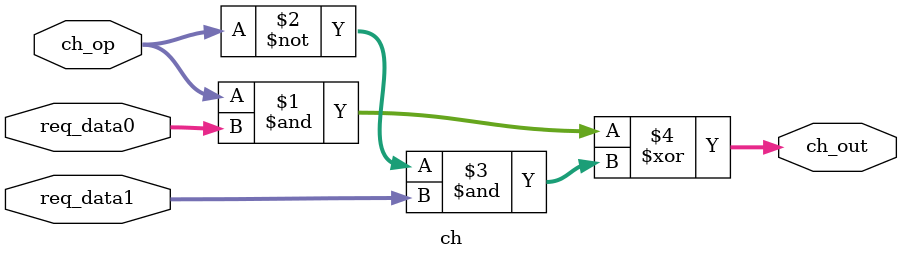
<source format=sv>

module ch
(

  input logic [31:0] ch_op,
  input logic [31:0] req_data0,
  input logic [31:0] req_data1,
  output logic [31:0] ch_out

  );

	assign ch_out = (ch_op & req_data0) ^ (~ch_op & req_data1);

  endmodule
</source>
